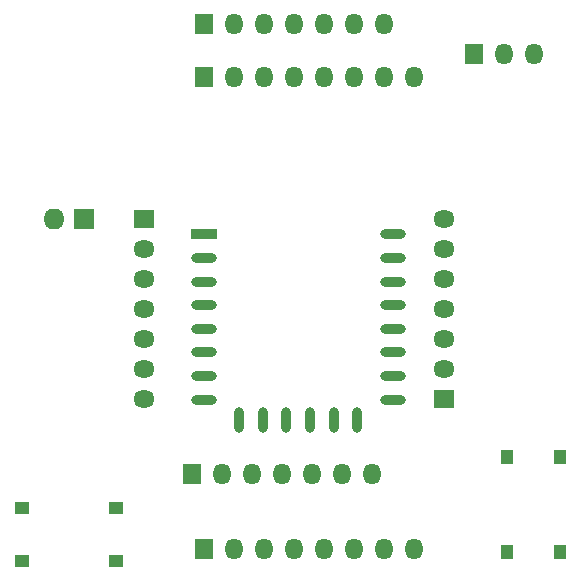
<source format=gts>
G04 #@! TF.FileFunction,Soldermask,Top*
%FSLAX46Y46*%
G04 Gerber Fmt 4.6, Leading zero omitted, Abs format (unit mm)*
G04 Created by KiCad (PCBNEW 4.0.1-stable) date Sun 03 Jan 2016 01:50:34 PM EET*
%MOMM*%
G01*
G04 APERTURE LIST*
%ADD10C,0.100000*%
%ADD11R,1.792000X1.792000*%
%ADD12O,1.792000X1.792000*%
%ADD13R,1.792000X1.487200*%
%ADD14O,1.792000X1.487200*%
%ADD15R,1.487200X1.792000*%
%ADD16O,1.487200X1.792000*%
%ADD17O,0.860000X2.160000*%
%ADD18R,2.160000X0.860000*%
%ADD19O,2.160000X0.860000*%
%ADD20R,1.055400X1.309400*%
%ADD21R,1.309400X1.055400*%
G04 APERTURE END LIST*
D10*
D11*
X130810000Y-88900000D03*
D12*
X128270000Y-88900000D03*
D13*
X135890000Y-88900000D03*
D14*
X135890000Y-91440000D03*
X135890000Y-93980000D03*
X135890000Y-96520000D03*
X135890000Y-99060000D03*
X135890000Y-101600000D03*
X135890000Y-104140000D03*
D13*
X161290000Y-104140000D03*
D14*
X161290000Y-101600000D03*
X161290000Y-99060000D03*
X161290000Y-96520000D03*
X161290000Y-93980000D03*
X161290000Y-91440000D03*
X161290000Y-88900000D03*
D15*
X163830000Y-74930000D03*
D16*
X166370000Y-74930000D03*
X168910000Y-74930000D03*
X158750000Y-76840000D03*
X156210000Y-76840000D03*
X153670000Y-76840000D03*
X151130000Y-76840000D03*
X148590000Y-76840000D03*
X146050000Y-76840000D03*
X143510000Y-76840000D03*
D15*
X140970000Y-76840000D03*
X140970000Y-116840000D03*
D16*
X143510000Y-116840000D03*
X146050000Y-116840000D03*
X148590000Y-116840000D03*
X151130000Y-116840000D03*
X153670000Y-116840000D03*
X156210000Y-116840000D03*
X158750000Y-116840000D03*
D17*
X143960000Y-105920000D03*
X145960000Y-105920000D03*
X147960000Y-105920000D03*
X149960000Y-105920000D03*
X151960000Y-105920000D03*
X153960000Y-105920000D03*
D18*
X140970000Y-90170000D03*
D19*
X140970000Y-92170000D03*
X140970000Y-94170000D03*
X140970000Y-96170000D03*
X140970000Y-98170000D03*
X140970000Y-100170000D03*
X140970000Y-102170000D03*
X140970000Y-104170000D03*
X156970000Y-104170000D03*
X156970000Y-102170000D03*
X156970000Y-100170000D03*
X156970000Y-98170000D03*
X156970000Y-96170000D03*
X156970000Y-94170000D03*
X156970000Y-92170000D03*
X156970000Y-90170000D03*
D15*
X140970000Y-72390000D03*
D16*
X143510000Y-72390000D03*
X146050000Y-72390000D03*
X148590000Y-72390000D03*
X151130000Y-72390000D03*
X153670000Y-72390000D03*
X156210000Y-72390000D03*
D15*
X139954000Y-110490000D03*
D16*
X142494000Y-110490000D03*
X145034000Y-110490000D03*
X147574000Y-110490000D03*
X150114000Y-110490000D03*
X152654000Y-110490000D03*
X155194000Y-110490000D03*
D20*
X171157900Y-109032040D03*
X171157900Y-117027960D03*
X166662100Y-117027960D03*
X166662100Y-109032040D03*
D21*
X125542040Y-113322100D03*
X133537960Y-113322100D03*
X133537960Y-117817900D03*
X125542040Y-117817900D03*
M02*

</source>
